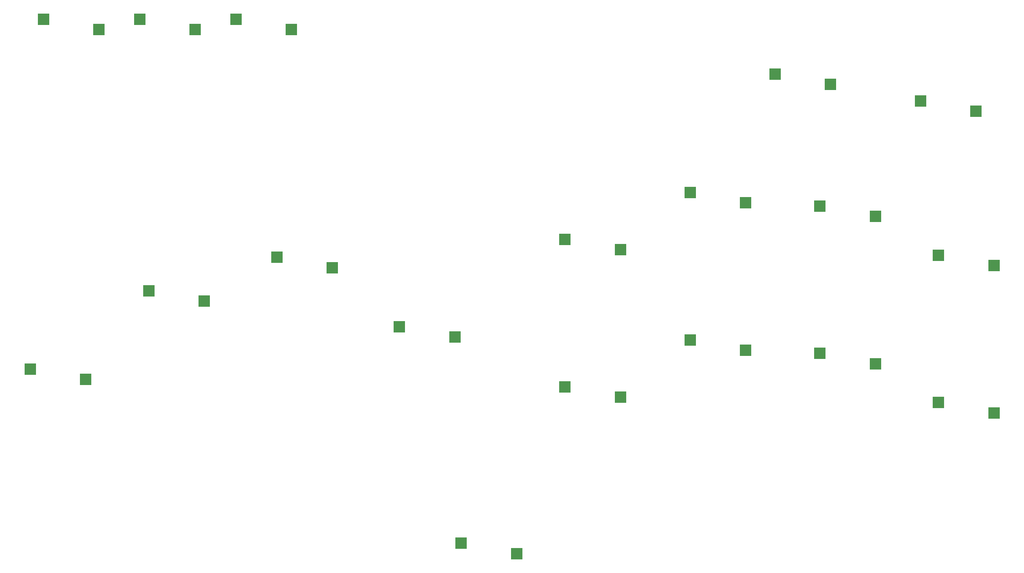
<source format=gbp>
%TF.GenerationSoftware,KiCad,Pcbnew,7.0.7*%
%TF.CreationDate,2024-03-04T21:22:26-05:00*%
%TF.ProjectId,AngelsBox_PCB,416e6765-6c73-4426-9f78-5f5043422e6b,rev?*%
%TF.SameCoordinates,Original*%
%TF.FileFunction,Paste,Bot*%
%TF.FilePolarity,Positive*%
%FSLAX46Y46*%
G04 Gerber Fmt 4.6, Leading zero omitted, Abs format (unit mm)*
G04 Created by KiCad (PCBNEW 7.0.7) date 2024-03-04 21:22:26*
%MOMM*%
%LPD*%
G01*
G04 APERTURE LIST*
%ADD10R,2.600000X2.600000*%
G04 APERTURE END LIST*
D10*
%TO.C,MX1*%
X124878914Y-131006000D03*
X137275000Y-133306000D03*
%TD*%
%TO.C,MX2*%
X151378914Y-113506000D03*
X163775000Y-115806000D03*
%TD*%
%TO.C,MX7*%
X272378914Y-91506000D03*
X284775000Y-93806000D03*
%TD*%
%TO.C,MX14*%
X291358914Y-65006000D03*
X303755000Y-67306000D03*
%TD*%
%TO.C,MX4*%
X207378914Y-121506000D03*
X219775000Y-123806000D03*
%TD*%
%TO.C,MX8*%
X244378914Y-135006000D03*
X256775000Y-137306000D03*
%TD*%
%TO.C,MX9*%
X272378914Y-124506000D03*
X284775000Y-126806000D03*
%TD*%
%TO.C,MX6*%
X244378914Y-102006000D03*
X256775000Y-104306000D03*
%TD*%
%TO.C,MX15*%
X323858914Y-71006000D03*
X336255000Y-73306000D03*
%TD*%
%TO.C,MX10*%
X301378914Y-127506000D03*
X313775000Y-129806000D03*
%TD*%
%TO.C,MX11*%
X301378914Y-94506000D03*
X313775000Y-96806000D03*
%TD*%
%TO.C,MX16*%
X127858914Y-52726000D03*
X140255000Y-55026000D03*
%TD*%
%TO.C,MX13*%
X327878914Y-138506000D03*
X340275000Y-140806000D03*
%TD*%
%TO.C,MX12*%
X327878914Y-105506000D03*
X340275000Y-107806000D03*
%TD*%
%TO.C,MX17*%
X149358914Y-52726000D03*
X161755000Y-55026000D03*
%TD*%
%TO.C,MX3*%
X179978914Y-106006000D03*
X192375000Y-108306000D03*
%TD*%
%TO.C,MX5*%
X221202664Y-170006000D03*
X233598750Y-172306000D03*
%TD*%
%TO.C,MX18*%
X170858914Y-52726000D03*
X183255000Y-55026000D03*
%TD*%
M02*

</source>
